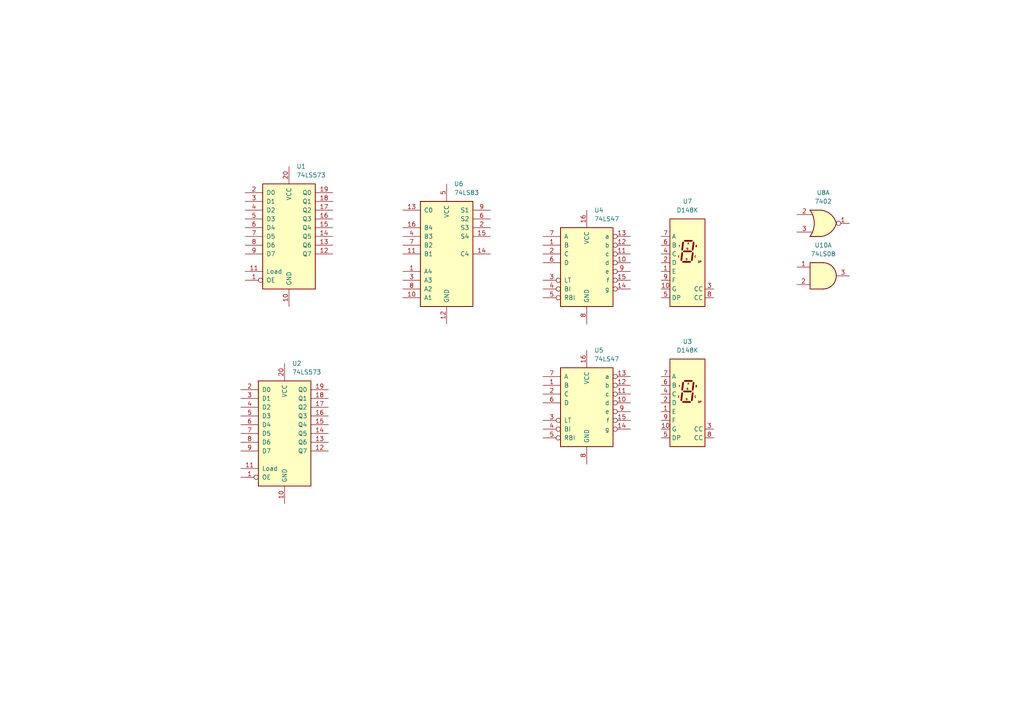
<source format=kicad_sch>
(kicad_sch (version 20250114) (generator "eeschema") (generator_version "9.0")
  (paper "A4")
  (lib_symbols
    (symbol "74xx:7402" (pin_names (offset 1.016))
      (property "Reference" "U" (at 0 1.27 0))
      (property "Value" "7402" (at 0 -1.27 0))
      (symbol "7402_1_1"
        (arc (start -3.81 3.81) (mid -2.589 0) (end -3.81 -3.81) (stroke (width 0.254)))
        (polyline (pts (xy -3.81 3.81) (xy -0.635 3.81)) (stroke (width 0.254)) (fill (type background)))
        (polyline (pts (xy -3.81 -3.81) (xy -0.635 -3.81)) (stroke (width 0.254)) (fill (type background)))
        (arc (start 3.81 0) (mid 2.1855 -2.584) (end -0.6096 -3.81) (stroke (width 0.254)) (fill (type background)))
        (arc (start -0.6096 3.81) (mid 2.1928 2.5924) (end 3.81 0) (stroke (width 0.254)) (fill (type background)))
        (polyline (pts (xy -0.635 3.81) (xy -3.81 3.81) (xy -3.81 3.81) (xy -3.556 3.4036) (xy -3.0226 2.2606) (xy -2.6924 1.0414) (xy -2.6162 -0.254) (xy -2.7686 -1.4986) (xy -3.175 -2.7178) (xy -3.81 -3.81) (xy -3.81 -3.81) (xy -0.635 -3.81)) (stroke (width -25.4)) (fill (type background)))
        (pin input line (at -7.62 2.54 0) (length 4.318) (name "~") (number "2"))
        (pin input line (at -7.62 -2.54 0) (length 4.318) (name "~") (number "3"))
        (pin output inverted (at 7.62 0 180) (length 3.81) (name "~") (number "1"))
      )
      (symbol "7402_1_2"
        (arc (start 0 3.81) (mid 3.7934 0) (end 0 -3.81) (stroke (width 0.254)) (fill (type background)))
        (polyline (pts (xy 0 3.81) (xy -3.81 3.81) (xy -3.81 -3.81) (xy 0 -3.81)) (stroke (width 0.254)) (fill (type background)))
        (pin input inverted (at -7.62 2.54 0) (length 3.81) (name "~") (number "2"))
        (pin input inverted (at -7.62 -2.54 0) (length 3.81) (name "~") (number "3"))
        (pin output line (at 7.62 0 180) (length 3.81) (name "~") (number "1"))
      )
      (symbol "7402_2_1"
        (arc (start -3.81 3.81) (mid -2.589 0) (end -3.81 -3.81) (stroke (width 0.254)))
        (polyline (pts (xy -3.81 3.81) (xy -0.635 3.81)) (stroke (width 0.254)) (fill (type background)))
        (polyline (pts (xy -3.81 -3.81) (xy -0.635 -3.81)) (stroke (width 0.254)) (fill (type background)))
        (arc (start 3.81 0) (mid 2.1855 -2.584) (end -0.6096 -3.81) (stroke (width 0.254)) (fill (type background)))
        (arc (start -0.6096 3.81) (mid 2.1928 2.5924) (end 3.81 0) (stroke (width 0.254)) (fill (type background)))
        (polyline (pts (xy -0.635 3.81) (xy -3.81 3.81) (xy -3.81 3.81) (xy -3.556 3.4036) (xy -3.0226 2.2606) (xy -2.6924 1.0414) (xy -2.6162 -0.254) (xy -2.7686 -1.4986) (xy -3.175 -2.7178) (xy -3.81 -3.81) (xy -3.81 -3.81) (xy -0.635 -3.81)) (stroke (width -25.4)) (fill (type background)))
        (pin input line (at -7.62 2.54 0) (length 4.318) (name "~") (number "5"))
        (pin input line (at -7.62 -2.54 0) (length 4.318) (name "~") (number "6"))
        (pin output inverted (at 7.62 0 180) (length 3.81) (name "~") (number "4"))
      )
      (symbol "7402_2_2"
        (arc (start 0 3.81) (mid 3.7934 0) (end 0 -3.81) (stroke (width 0.254)) (fill (type background)))
        (polyline (pts (xy 0 3.81) (xy -3.81 3.81) (xy -3.81 -3.81) (xy 0 -3.81)) (stroke (width 0.254)) (fill (type background)))
        (pin input inverted (at -7.62 2.54 0) (length 3.81) (name "~") (number "5"))
        (pin input inverted (at -7.62 -2.54 0) (length 3.81) (name "~") (number "6"))
        (pin output line (at 7.62 0 180) (length 3.81) (name "~") (number "4"))
      )
      (symbol "7402_3_1"
        (arc (start -3.81 3.81) (mid -2.589 0) (end -3.81 -3.81) (stroke (width 0.254)))
        (polyline (pts (xy -3.81 3.81) (xy -0.635 3.81)) (stroke (width 0.254)) (fill (type background)))
        (polyline (pts (xy -3.81 -3.81) (xy -0.635 -3.81)) (stroke (width 0.254)) (fill (type background)))
        (arc (start 3.81 0) (mid 2.1855 -2.584) (end -0.6096 -3.81) (stroke (width 0.254)) (fill (type background)))
        (arc (start -0.6096 3.81) (mid 2.1928 2.5924) (end 3.81 0) (stroke (width 0.254)) (fill (type background)))
        (polyline (pts (xy -0.635 3.81) (xy -3.81 3.81) (xy -3.81 3.81) (xy -3.556 3.4036) (xy -3.0226 2.2606) (xy -2.6924 1.0414) (xy -2.6162 -0.254) (xy -2.7686 -1.4986) (xy -3.175 -2.7178) (xy -3.81 -3.81) (xy -3.81 -3.81) (xy -0.635 -3.81)) (stroke (width -25.4)) (fill (type background)))
        (pin input line (at -7.62 2.54 0) (length 4.318) (name "~") (number "8"))
        (pin input line (at -7.62 -2.54 0) (length 4.318) (name "~") (number "9"))
        (pin output inverted (at 7.62 0 180) (length 3.81) (name "~") (number "10"))
      )
      (symbol "7402_3_2"
        (arc (start 0 3.81) (mid 3.7934 0) (end 0 -3.81) (stroke (width 0.254)) (fill (type background)))
        (polyline (pts (xy 0 3.81) (xy -3.81 3.81) (xy -3.81 -3.81) (xy 0 -3.81)) (stroke (width 0.254)) (fill (type background)))
        (pin input inverted (at -7.62 2.54 0) (length 3.81) (name "~") (number "8"))
        (pin input inverted (at -7.62 -2.54 0) (length 3.81) (name "~") (number "9"))
        (pin output line (at 7.62 0 180) (length 3.81) (name "~") (number "10"))
      )
      (symbol "7402_4_1"
        (arc (start -3.81 3.81) (mid -2.589 0) (end -3.81 -3.81) (stroke (width 0.254)))
        (polyline (pts (xy -3.81 3.81) (xy -0.635 3.81)) (stroke (width 0.254)) (fill (type background)))
        (polyline (pts (xy -3.81 -3.81) (xy -0.635 -3.81)) (stroke (width 0.254)) (fill (type background)))
        (arc (start 3.81 0) (mid 2.1855 -2.584) (end -0.6096 -3.81) (stroke (width 0.254)) (fill (type background)))
        (arc (start -0.6096 3.81) (mid 2.1928 2.5924) (end 3.81 0) (stroke (width 0.254)) (fill (type background)))
        (polyline (pts (xy -0.635 3.81) (xy -3.81 3.81) (xy -3.81 3.81) (xy -3.556 3.4036) (xy -3.0226 2.2606) (xy -2.6924 1.0414) (xy -2.6162 -0.254) (xy -2.7686 -1.4986) (xy -3.175 -2.7178) (xy -3.81 -3.81) (xy -3.81 -3.81) (xy -0.635 -3.81)) (stroke (width -25.4)) (fill (type background)))
        (pin input line (at -7.62 2.54 0) (length 4.318) (name "~") (number "11"))
        (pin input line (at -7.62 -2.54 0) (length 4.318) (name "~") (number "12"))
        (pin output inverted (at 7.62 0 180) (length 3.81) (name "~") (number "13"))
      )
      (symbol "7402_4_2"
        (arc (start 0 3.81) (mid 3.7934 0) (end 0 -3.81) (stroke (width 0.254)) (fill (type background)))
        (polyline (pts (xy 0 3.81) (xy -3.81 3.81) (xy -3.81 -3.81) (xy 0 -3.81)) (stroke (width 0.254)) (fill (type background)))
        (pin input inverted (at -7.62 2.54 0) (length 3.81) (name "~") (number "11"))
        (pin input inverted (at -7.62 -2.54 0) (length 3.81) (name "~") (number "12"))
        (pin output line (at 7.62 0 180) (length 3.81) (name "~") (number "13"))
      )
      (symbol "7402_5_0"
        (pin power_in line (at 0 12.7 270) (length 5.08) (name "VCC") (number "14"))
        (pin power_in line (at 0 -12.7 90) (length 5.08) (name "GND") (number "7"))
      )
      (symbol "7402_5_1"
        (rectangle (start -5.08 7.62) (end 5.08 -7.62) (stroke (width 0.254)) (fill (type background)))
      )
    )
    (symbol "74xx:74LS08" (pin_names (offset 1.016))
      (property "Reference" "U" (at 0 1.27 0))
      (property "Value" "74LS08" (at 0 -1.27 0))
      (symbol "74LS08_1_1"
        (arc (start 0 3.81) (mid 3.7934 0) (end 0 -3.81) (stroke (width 0.254)) (fill (type background)))
        (polyline (pts (xy 0 3.81) (xy -3.81 3.81) (xy -3.81 -3.81) (xy 0 -3.81)) (stroke (width 0.254)) (fill (type background)))
        (pin input line (at -7.62 2.54 0) (length 3.81) (name "~") (number "1"))
        (pin input line (at -7.62 -2.54 0) (length 3.81) (name "~") (number "2"))
        (pin output line (at 7.62 0 180) (length 3.81) (name "~") (number "3"))
      )
      (symbol "74LS08_1_2"
        (arc (start -3.81 3.81) (mid -2.589 0) (end -3.81 -3.81) (stroke (width 0.254)))
        (polyline (pts (xy -3.81 3.81) (xy -0.635 3.81)) (stroke (width 0.254)) (fill (type background)))
        (polyline (pts (xy -3.81 -3.81) (xy -0.635 -3.81)) (stroke (width 0.254)) (fill (type background)))
        (arc (start 3.81 0) (mid 2.1855 -2.584) (end -0.6096 -3.81) (stroke (width 0.254)) (fill (type background)))
        (arc (start -0.6096 3.81) (mid 2.1928 2.5924) (end 3.81 0) (stroke (width 0.254)) (fill (type background)))
        (polyline (pts (xy -0.635 3.81) (xy -3.81 3.81) (xy -3.81 3.81) (xy -3.556 3.4036) (xy -3.0226 2.2606) (xy -2.6924 1.0414) (xy -2.6162 -0.254) (xy -2.7686 -1.4986) (xy -3.175 -2.7178) (xy -3.81 -3.81) (xy -3.81 -3.81) (xy -0.635 -3.81)) (stroke (width -25.4)) (fill (type background)))
        (pin input inverted (at -7.62 2.54 0) (length 4.318) (name "~") (number "1"))
        (pin input inverted (at -7.62 -2.54 0) (length 4.318) (name "~") (number "2"))
        (pin output inverted (at 7.62 0 180) (length 3.81) (name "~") (number "3"))
      )
      (symbol "74LS08_2_1"
        (arc (start 0 3.81) (mid 3.7934 0) (end 0 -3.81) (stroke (width 0.254)) (fill (type background)))
        (polyline (pts (xy 0 3.81) (xy -3.81 3.81) (xy -3.81 -3.81) (xy 0 -3.81)) (stroke (width 0.254)) (fill (type background)))
        (pin input line (at -7.62 2.54 0) (length 3.81) (name "~") (number "4"))
        (pin input line (at -7.62 -2.54 0) (length 3.81) (name "~") (number "5"))
        (pin output line (at 7.62 0 180) (length 3.81) (name "~") (number "6"))
      )
      (symbol "74LS08_2_2"
        (arc (start -3.81 3.81) (mid -2.589 0) (end -3.81 -3.81) (stroke (width 0.254)))
        (polyline (pts (xy -3.81 3.81) (xy -0.635 3.81)) (stroke (width 0.254)) (fill (type background)))
        (polyline (pts (xy -3.81 -3.81) (xy -0.635 -3.81)) (stroke (width 0.254)) (fill (type background)))
        (arc (start 3.81 0) (mid 2.1855 -2.584) (end -0.6096 -3.81) (stroke (width 0.254)) (fill (type background)))
        (arc (start -0.6096 3.81) (mid 2.1928 2.5924) (end 3.81 0) (stroke (width 0.254)) (fill (type background)))
        (polyline (pts (xy -0.635 3.81) (xy -3.81 3.81) (xy -3.81 3.81) (xy -3.556 3.4036) (xy -3.0226 2.2606) (xy -2.6924 1.0414) (xy -2.6162 -0.254) (xy -2.7686 -1.4986) (xy -3.175 -2.7178) (xy -3.81 -3.81) (xy -3.81 -3.81) (xy -0.635 -3.81)) (stroke (width -25.4)) (fill (type background)))
        (pin input inverted (at -7.62 2.54 0) (length 4.318) (name "~") (number "4"))
        (pin input inverted (at -7.62 -2.54 0) (length 4.318) (name "~") (number "5"))
        (pin output inverted (at 7.62 0 180) (length 3.81) (name "~") (number "6"))
      )
      (symbol "74LS08_3_1"
        (arc (start 0 3.81) (mid 3.7934 0) (end 0 -3.81) (stroke (width 0.254)) (fill (type background)))
        (polyline (pts (xy 0 3.81) (xy -3.81 3.81) (xy -3.81 -3.81) (xy 0 -3.81)) (stroke (width 0.254)) (fill (type background)))
        (pin input line (at -7.62 2.54 0) (length 3.81) (name "~") (number "9"))
        (pin input line (at -7.62 -2.54 0) (length 3.81) (name "~") (number "10"))
        (pin output line (at 7.62 0 180) (length 3.81) (name "~") (number "8"))
      )
      (symbol "74LS08_3_2"
        (arc (start -3.81 3.81) (mid -2.589 0) (end -3.81 -3.81) (stroke (width 0.254)))
        (polyline (pts (xy -3.81 3.81) (xy -0.635 3.81)) (stroke (width 0.254)) (fill (type background)))
        (polyline (pts (xy -3.81 -3.81) (xy -0.635 -3.81)) (stroke (width 0.254)) (fill (type background)))
        (arc (start 3.81 0) (mid 2.1855 -2.584) (end -0.6096 -3.81) (stroke (width 0.254)) (fill (type background)))
        (arc (start -0.6096 3.81) (mid 2.1928 2.5924) (end 3.81 0) (stroke (width 0.254)) (fill (type background)))
        (polyline (pts (xy -0.635 3.81) (xy -3.81 3.81) (xy -3.81 3.81) (xy -3.556 3.4036) (xy -3.0226 2.2606) (xy -2.6924 1.0414) (xy -2.6162 -0.254) (xy -2.7686 -1.4986) (xy -3.175 -2.7178) (xy -3.81 -3.81) (xy -3.81 -3.81) (xy -0.635 -3.81)) (stroke (width -25.4)) (fill (type background)))
        (pin input inverted (at -7.62 2.54 0) (length 4.318) (name "~") (number "9"))
        (pin input inverted (at -7.62 -2.54 0) (length 4.318) (name "~") (number "10"))
        (pin output inverted (at 7.62 0 180) (length 3.81) (name "~") (number "8"))
      )
      (symbol "74LS08_4_1"
        (arc (start 0 3.81) (mid 3.7934 0) (end 0 -3.81) (stroke (width 0.254)) (fill (type background)))
        (polyline (pts (xy 0 3.81) (xy -3.81 3.81) (xy -3.81 -3.81) (xy 0 -3.81)) (stroke (width 0.254)) (fill (type background)))
        (pin input line (at -7.62 2.54 0) (length 3.81) (name "~") (number "12"))
        (pin input line (at -7.62 -2.54 0) (length 3.81) (name "~") (number "13"))
        (pin output line (at 7.62 0 180) (length 3.81) (name "~") (number "11"))
      )
      (symbol "74LS08_4_2"
        (arc (start -3.81 3.81) (mid -2.589 0) (end -3.81 -3.81) (stroke (width 0.254)))
        (polyline (pts (xy -3.81 3.81) (xy -0.635 3.81)) (stroke (width 0.254)) (fill (type background)))
        (polyline (pts (xy -3.81 -3.81) (xy -0.635 -3.81)) (stroke (width 0.254)) (fill (type background)))
        (arc (start 3.81 0) (mid 2.1855 -2.584) (end -0.6096 -3.81) (stroke (width 0.254)) (fill (type background)))
        (arc (start -0.6096 3.81) (mid 2.1928 2.5924) (end 3.81 0) (stroke (width 0.254)) (fill (type background)))
        (polyline (pts (xy -0.635 3.81) (xy -3.81 3.81) (xy -3.81 3.81) (xy -3.556 3.4036) (xy -3.0226 2.2606) (xy -2.6924 1.0414) (xy -2.6162 -0.254) (xy -2.7686 -1.4986) (xy -3.175 -2.7178) (xy -3.81 -3.81) (xy -3.81 -3.81) (xy -0.635 -3.81)) (stroke (width -25.4)) (fill (type background)))
        (pin input inverted (at -7.62 2.54 0) (length 4.318) (name "~") (number "12"))
        (pin input inverted (at -7.62 -2.54 0) (length 4.318) (name "~") (number "13"))
        (pin output inverted (at 7.62 0 180) (length 3.81) (name "~") (number "11"))
      )
      (symbol "74LS08_5_0"
        (pin power_in line (at 0 12.7 270) (length 5.08) (name "VCC") (number "14"))
        (pin power_in line (at 0 -12.7 90) (length 5.08) (name "GND") (number "7"))
      )
      (symbol "74LS08_5_1"
        (rectangle (start -5.08 7.62) (end 5.08 -7.62) (stroke (width 0.254)) (fill (type background)))
      )
    )
    (symbol "74xx:74LS47" (pin_names (offset 1.016))
      (property "Reference" "U" (at -7.62 11.43 0))
      (property "Value" "74LS47" (at -7.62 -13.97 0))
      (symbol "74LS47_1_0"
        (pin input line (at -12.7 7.62 0) (length 5.08) (name "A") (number "7"))
        (pin input line (at -12.7 5.08 0) (length 5.08) (name "B") (number "1"))
        (pin input line (at -12.7 2.54 0) (length 5.08) (name "C") (number "2"))
        (pin input line (at -12.7 0 0) (length 5.08) (name "D") (number "6"))
        (pin input inverted (at -12.7 -5.08 0) (length 5.08) (name "LT") (number "3"))
        (pin input inverted (at -12.7 -7.62 0) (length 5.08) (name "BI") (number "4"))
        (pin input inverted (at -12.7 -10.16 0) (length 5.08) (name "RBI") (number "5"))
        (pin power_in line (at 0 15.24 270) (length 5.08) (name "VCC") (number "16"))
        (pin power_in line (at 0 -17.78 90) (length 5.08) (name "GND") (number "8"))
        (pin open_collector inverted (at 12.7 7.62 180) (length 5.08) (name "a") (number "13"))
        (pin open_collector inverted (at 12.7 5.08 180) (length 5.08) (name "b") (number "12"))
        (pin open_collector inverted (at 12.7 2.54 180) (length 5.08) (name "c") (number "11"))
        (pin open_collector inverted (at 12.7 0 180) (length 5.08) (name "d") (number "10"))
        (pin open_collector inverted (at 12.7 -2.54 180) (length 5.08) (name "e") (number "9"))
        (pin open_collector inverted (at 12.7 -5.08 180) (length 5.08) (name "f") (number "15"))
        (pin open_collector inverted (at 12.7 -7.62 180) (length 5.08) (name "g") (number "14"))
      )
      (symbol "74LS47_1_1"
        (rectangle (start -7.62 10.16) (end 7.62 -12.7) (stroke (width 0.254)) (fill (type background)))
      )
    )
    (symbol "74xx:74LS573" (pin_names (offset 1.016))
      (property "Reference" "U" (at -7.62 16.51 0))
      (property "Value" "74LS573" (at -7.62 -16.51 0))
      (symbol "74LS573_1_0"
        (pin input line (at -12.7 12.7 0) (length 5.08) (name "D0") (number "2"))
        (pin input line (at -12.7 10.16 0) (length 5.08) (name "D1") (number "3"))
        (pin input line (at -12.7 7.62 0) (length 5.08) (name "D2") (number "4"))
        (pin input line (at -12.7 5.08 0) (length 5.08) (name "D3") (number "5"))
        (pin input line (at -12.7 2.54 0) (length 5.08) (name "D4") (number "6"))
        (pin input line (at -12.7 0 0) (length 5.08) (name "D5") (number "7"))
        (pin input line (at -12.7 -2.54 0) (length 5.08) (name "D6") (number "8"))
        (pin input line (at -12.7 -5.08 0) (length 5.08) (name "D7") (number "9"))
        (pin input line (at -12.7 -10.16 0) (length 5.08) (name "Load") (number "11"))
        (pin input inverted (at -12.7 -12.7 0) (length 5.08) (name "OE") (number "1"))
        (pin power_in line (at 0 20.32 270) (length 5.08) (name "VCC") (number "20"))
        (pin power_in line (at 0 -20.32 90) (length 5.08) (name "GND") (number "10"))
        (pin tri_state line (at 12.7 12.7 180) (length 5.08) (name "Q0") (number "19"))
        (pin tri_state line (at 12.7 10.16 180) (length 5.08) (name "Q1") (number "18"))
        (pin tri_state line (at 12.7 7.62 180) (length 5.08) (name "Q2") (number "17"))
        (pin tri_state line (at 12.7 5.08 180) (length 5.08) (name "Q3") (number "16"))
        (pin tri_state line (at 12.7 2.54 180) (length 5.08) (name "Q4") (number "15"))
        (pin tri_state line (at 12.7 0 180) (length 5.08) (name "Q5") (number "14"))
        (pin tri_state line (at 12.7 -2.54 180) (length 5.08) (name "Q6") (number "13"))
        (pin tri_state line (at 12.7 -5.08 180) (length 5.08) (name "Q7") (number "12"))
      )
      (symbol "74LS573_1_1"
        (rectangle (start -7.62 15.24) (end 7.62 -15.24) (stroke (width 0.254)) (fill (type background)))
      )
    )
    (symbol "74xx:74LS83" (pin_names (offset 1.016))
      (property "Reference" "U" (at -7.62 16.51 0))
      (property "Value" "74LS83" (at -7.62 -16.51 0))
      (symbol "74LS83_1_0"
        (pin input line (at -12.7 12.7 0) (length 5.08) (name "C0") (number "13"))
        (pin input line (at -12.7 7.62 0) (length 5.08) (name "B4") (number "16"))
        (pin input line (at -12.7 5.08 0) (length 5.08) (name "B3") (number "4"))
        (pin input line (at -12.7 2.54 0) (length 5.08) (name "B2") (number "7"))
        (pin input line (at -12.7 0 0) (length 5.08) (name "B1") (number "11"))
        (pin input line (at -12.7 -5.08 0) (length 5.08) (name "A4") (number "1"))
        (pin input line (at -12.7 -7.62 0) (length 5.08) (name "A3") (number "3"))
        (pin input line (at -12.7 -10.16 0) (length 5.08) (name "A2") (number "8"))
        (pin input line (at -12.7 -12.7 0) (length 5.08) (name "A1") (number "10"))
        (pin power_in line (at 0 20.32 270) (length 5.08) (name "VCC") (number "5"))
        (pin power_in line (at 0 -20.32 90) (length 5.08) (name "GND") (number "12"))
        (pin output line (at 12.7 12.7 180) (length 5.08) (name "S1") (number "9"))
        (pin output line (at 12.7 10.16 180) (length 5.08) (name "S2") (number "6"))
        (pin output line (at 12.7 7.62 180) (length 5.08) (name "S3") (number "2"))
        (pin output line (at 12.7 5.08 180) (length 5.08) (name "S4") (number "15"))
        (pin output line (at 12.7 0 180) (length 5.08) (name "C4") (number "14"))
      )
      (symbol "74LS83_1_1"
        (rectangle (start -7.62 15.24) (end 7.62 -15.24) (stroke (width 0.254)) (fill (type background)))
      )
    )
    (symbol "Display_Character:D148K"
      (property "Reference" "U" (at -2.54 13.97 0))
      (property "Value" "D148K" (at 1.27 13.97 0))
      (symbol "D148K_0_0"
        (text "E" (at -2.54 1.778 0) (effects (font (size 0.508 0.508))))
        (text "F" (at -2.286 4.826 0) (effects (font (size 0.508 0.508))))
        (text "D" (at -0.254 1.016 0) (effects (font (size 0.508 0.508))))
        (text "G" (at 0 4.064 0) (effects (font (size 0.508 0.508))))
        (text "A" (at 0.254 5.588 0) (effects (font (size 0.508 0.508))))
        (text "C" (at 2.286 1.778 0) (effects (font (size 0.508 0.508))))
        (text "B" (at 2.54 4.826 0) (effects (font (size 0.508 0.508))))
        (text "DP" (at 3.556 0.254 0) (effects (font (size 0.508 0.508))))
      )
      (symbol "D148K_0_1"
        (rectangle (start -5.08 12.7) (end 5.08 -12.7) (stroke (width 0.254)) (fill (type background)))
        (polyline (pts (xy -1.524 2.794) (xy -1.778 0.762)) (stroke (width 0.508)))
        (polyline (pts (xy -1.27 5.842) (xy -1.524 3.81)) (stroke (width 0.508)))
        (polyline (pts (xy -1.27 0.254) (xy 0.762 0.254)) (stroke (width 0.508)))
        (polyline (pts (xy -1.016 3.302) (xy 1.016 3.302)) (stroke (width 0.508)))
        (polyline (pts (xy -0.762 6.35) (xy 1.27 6.35)) (stroke (width 0.508)))
        (polyline (pts (xy 1.524 2.794) (xy 1.27 0.762)) (stroke (width 0.508)))
        (polyline (pts (xy 1.778 5.842) (xy 1.524 3.81)) (stroke (width 0.508)))
        (polyline (pts (xy 2.54 0.254) (xy 2.54 0.254)) (stroke (width 0.508)))
      )
      (symbol "D148K_1_1"
        (pin input line (at -7.62 7.62 0) (length 2.54) (name "A") (number "7"))
        (pin input line (at -7.62 5.08 0) (length 2.54) (name "B") (number "6"))
        (pin input line (at -7.62 2.54 0) (length 2.54) (name "C") (number "4"))
        (pin input line (at -7.62 0 0) (length 2.54) (name "D") (number "2"))
        (pin input line (at -7.62 -2.54 0) (length 2.54) (name "E") (number "1"))
        (pin input line (at -7.62 -5.08 0) (length 2.54) (name "F") (number "9"))
        (pin input line (at -7.62 -7.62 0) (length 2.54) (name "G") (number "10"))
        (pin input line (at -7.62 -10.16 0) (length 2.54) (name "DP") (number "5"))
        (pin input line (at 7.62 -7.62 180) (length 2.54) (name "CC") (number "3"))
        (pin input line (at 7.62 -10.16 180) (length 2.54) (name "CC") (number "8"))
      )
    )
  )
  (symbol (lib_id "74xx:74LS83") (at 129.54 73.66 0) (unit 1)
    (property "Reference" "U6" (at 131.6833 53.34 0) (effects (justify left)))
    (property "Value" "74LS83" (at 131.6833 55.88 0) (effects (justify left)))
    (property "Datasheet" "http://www.ti.com/lit/gpn/sn74LS83" (effects (hide yes)))
    (property "Description" "4-bit Full Adder" (effects (hide yes)))
  )
  (symbol (lib_id "74xx:7402") (at 238.76 64.77 0) (unit 1)
    (property "Reference" "U8" (at 238.76 55.88 0))
    (property "Value" "7402" (at 238.76 58.42 0))
    (property "Datasheet" "http://www.ti.com/lit/gpn/sn7402" (effects (hide yes)))
    (property "Description" "quad 2-input NOR gate" (effects (hide yes)))
  )
  (symbol (lib_id "74xx:74LS573") (at 83.82 68.58 0) (unit 1)
    (property "Reference" "U1" (at 85.9633 48.26 0) (effects (justify left)))
    (property "Value" "74LS573" (at 85.9633 50.8 0) (effects (justify left)))
    (property "Datasheet" "74xx/74hc573.pdf" (effects (hide yes)))
    (property "Description" "8-bit Latch 3-state outputs" (effects (hide yes)))
  )
  (symbol (lib_id "74xx:74LS47") (at 170.18 76.2 0) (unit 1)
    (property "Reference" "U4" (at 172.3233 60.96 0) (effects (justify left)))
    (property "Value" "74LS47" (at 172.3233 63.5 0) (effects (justify left)))
    (property "Datasheet" "http://www.ti.com/lit/gpn/sn74LS47" (effects (hide yes)))
    (property "Description" "BCD to 7-segment Driver, Open Collector, 30V outputs" (effects (hide yes)))
  )
  (symbol (lib_id "74xx:74LS08") (at 238.76 80.01 0) (unit 1)
    (property "Reference" "U10" (at 238.7517 71.12 0))
    (property "Value" "74LS08" (at 238.7517 73.66 0))
    (property "Datasheet" "http://www.ti.com/lit/gpn/sn74LS08" (effects (hide yes)))
    (property "Description" "Quad And2" (effects (hide yes)))
  )
  (symbol (lib_id "Display_Character:D148K") (at 199.39 116.84 0) (unit 1)
    (property "Reference" "U3" (at 199.39 99.06 0))
    (property "Value" "D148K" (at 199.39 101.6 0))
    (property "Footprint" "Display_7Segment:D1X8K" (effects (hide yes)))
    (property "Datasheet" "https://ia800903.us.archive.org/24/items/CTKD1x8K/Cromatek%20D168K.pdf" (effects (hide yes)))
    (property "Description" "One digit 7 segment yellowish-green LED, low current, common cathode" (effects (hide yes)))
  )
  (symbol (lib_id "74xx:74LS47") (at 170.18 116.84 0) (unit 1)
    (property "Reference" "U5" (at 172.3233 101.6 0) (effects (justify left)))
    (property "Value" "74LS47" (at 172.3233 104.14 0) (effects (justify left)))
    (property "Datasheet" "http://www.ti.com/lit/gpn/sn74LS47" (effects (hide yes)))
    (property "Description" "BCD to 7-segment Driver, Open Collector, 30V outputs" (effects (hide yes)))
  )
  (symbol (lib_id "74xx:74LS573") (at 82.55 125.73 0) (unit 1)
    (property "Reference" "U2" (at 84.6933 105.41 0) (effects (justify left)))
    (property "Value" "74LS573" (at 84.6933 107.95 0) (effects (justify left)))
    (property "Datasheet" "74xx/74hc573.pdf" (effects (hide yes)))
    (property "Description" "8-bit Latch 3-state outputs" (effects (hide yes)))
  )
  (symbol (lib_id "Display_Character:D148K") (at 199.39 76.2 0) (unit 1)
    (property "Reference" "U7" (at 199.39 58.42 0))
    (property "Value" "D148K" (at 199.39 60.96 0))
    (property "Footprint" "Display_7Segment:D1X8K" (effects (hide yes)))
    (property "Datasheet" "https://ia800903.us.archive.org/24/items/CTKD1x8K/Cromatek%20D168K.pdf" (effects (hide yes)))
    (property "Description" "One digit 7 segment yellowish-green LED, low current, common cathode" (effects (hide yes)))
  )
)
</source>
